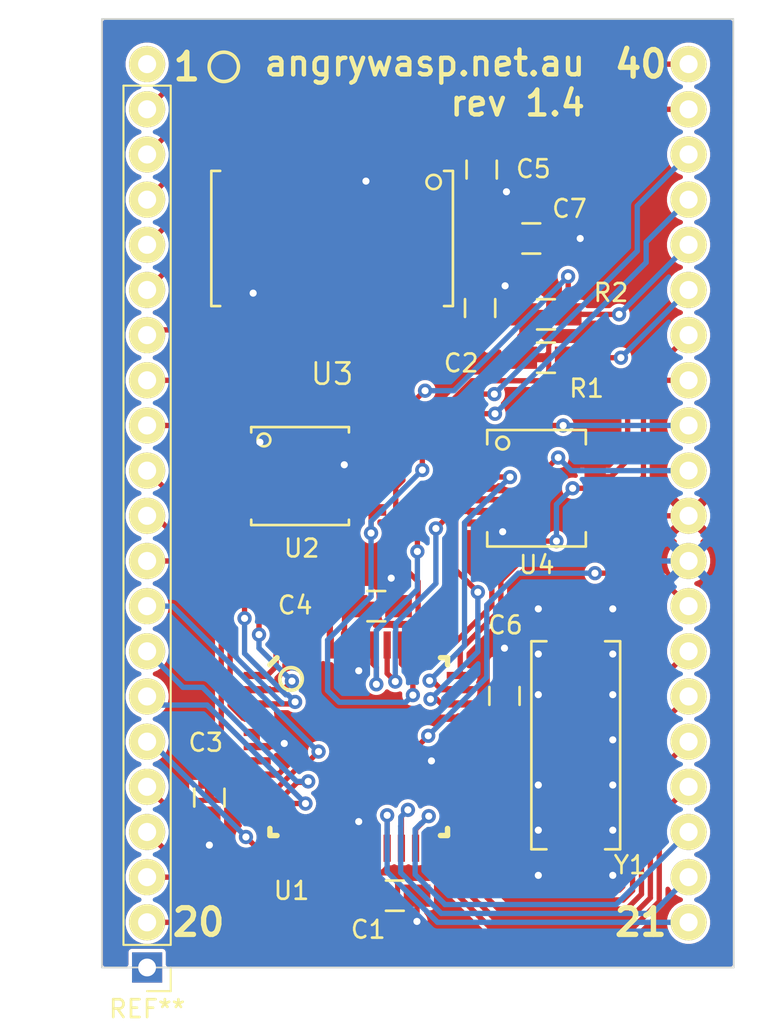
<source format=kicad_pcb>
(kicad_pcb (version 20171130) (host pcbnew "(5.1.12)-1")
  (layers (0 F.Cu signal) (31 B.Cu signal) (34 B.Paste user hide) (35 F.Paste user hide) (36 B.SilkS user hide) (37 F.SilkS user) (38 B.Mask user) (39 F.Mask user) (44 Edge.Cuts user))
  (net 0 "")
  (net 1 GND)
  (net 2 +3V3)
  (net 3 "Net-(C7-Pad1)")
  (net 4 1A)
  (net 5 2A)
  (net 6 3A)
  (net 7 4A)
  (net 8 P16)
  (net 9 P17)
  (net 10 P18)
  (net 11 P19)
  (net 12 SDA)
  (net 13 SCL)
  (net 14 P20)
  (net 15 P21)
  (net 16 P22)
  (net 17 P23)
  (net 18 RESn)
  (net 19 TX)
  (net 20 RX)
  (net 21 Vin1)
  (net 22 Vin2)
  (net 23 Vin3)
  (net 24 Vin4)
  (net 25 DOUT)
  (net 26 DIN)
  (net 27 SCLK)
  (net 28 CONVST)
  (net 29 4Y)
  (net 30 "Net-(U1-Pad28)")
  (net 31 1Y)
  (net 32 2Y)
  (net 33 3Y)
  (net 34 "Net-(U1-Pad29)")
  (net 35 Vin8)
  (net 36 Vin7)
  (net 37 Vin6)
  (net 38 Vin5)
  (net 39 P15)
  (net 40 P14)
  (net 41 P13)
  (net 42 P12)
  (net 43 P11)
  (net 44 P8)
  (net 45 P9)
  (net 46 P10)
  (net 47 P7)
  (net 48 P6)
  (net 49 P5)
  (net 50 P4)
  (net 51 "Net-(P21-Pad1)")
  (module Connector_PinHeader_2.54mm:PinHeader_1x20_P2.54mm_Vertical (layer F.Cu) (at 130.2004 137.0076 180)
    (fp_text reference REF** (at 0 -2.33) (layer F.SilkS))
    (fp_text value PinHeader_1x20_P2.54mm_Vertical)
    (pad 20 thru_hole oval (at 0 48.26 180) (size 1.7 1.7) (drill 1) (layers *.Cu *.Mask))
    (pad 19 thru_hole oval (at 0 45.72 180) (size 1.7 1.7) (drill 1) (layers *.Cu *.Mask))
    (pad 18 thru_hole oval (at 0 43.18 180) (size 1.7 1.7) (drill 1) (layers *.Cu *.Mask))
    (pad 17 thru_hole oval (at 0 40.64 180) (size 1.7 1.7) (drill 1) (layers *.Cu *.Mask))
    (pad 16 thru_hole oval (at 0 38.1 180) (size 1.7 1.7) (drill 1) (layers *.Cu *.Mask))
    (pad 15 thru_hole oval (at 0 35.56 180) (size 1.7 1.7) (drill 1) (layers *.Cu *.Mask))
    (pad 14 thru_hole oval (at 0 33.02 180) (size 1.7 1.7) (drill 1) (layers *.Cu *.Mask))
    (pad 13 thru_hole oval (at 0 30.48 180) (size 1.7 1.7) (drill 1) (layers *.Cu *.Mask))
    (pad 12 thru_hole oval (at 0 27.94 180) (size 1.7 1.7) (drill 1) (layers *.Cu *.Mask))
    (pad 11 thru_hole oval (at 0 25.4 180) (size 1.7 1.7) (drill 1) (layers *.Cu *.Mask))
    (pad 10 thru_hole oval (at 0 22.86 180) (size 1.7 1.7) (drill 1) (layers *.Cu *.Mask))
    (pad 9 thru_hole oval (at 0 20.32 180) (size 1.7 1.7) (drill 1) (layers *.Cu *.Mask))
    (pad 8 thru_hole oval (at 0 17.78 180) (size 1.7 1.7) (drill 1) (layers *.Cu *.Mask))
    (pad 7 thru_hole oval (at 0 15.24 180) (size 1.7 1.7) (drill 1) (layers *.Cu *.Mask))
    (pad 6 thru_hole oval (at 0 12.7 180) (size 1.7 1.7) (drill 1) (layers *.Cu *.Mask))
    (pad 5 thru_hole oval (at 0 10.16 180) (size 1.7 1.7) (drill 1) (layers *.Cu *.Mask))
    (pad 4 thru_hole oval (at 0 7.62 180) (size 1.7 1.7) (drill 1) (layers *.Cu *.Mask))
    (pad 3 thru_hole oval (at 0 5.08 180) (size 1.7 1.7) (drill 1) (layers *.Cu *.Mask))
    (pad 2 thru_hole oval (at 0 2.54 180) (size 1.7 1.7) (drill 1) (layers *.Cu *.Mask))
    (pad 1 thru_hole rect (at 0 0 180) (size 1.7 1.7) (drill 1) (layers *.Cu *.Mask))
  )
  (module Angrywasp:AD7812 (layer F.Cu) (at 140.6144 96.012 180)
    (fp_text reference U3 (at 0 -7.62 180) (layer F.SilkS) (effects (font (size 1.2 1.2))))
    (fp_text value AD7812)
    (pad 20 smd rect (at -5.715 -5.14 180) (size 0.6 2.2) (layers F.Cu F.Paste F.Mask) (net 2 +3V3))
    (pad 1 smd rect (at -5.715 5.14 180) (size 0.6 2.2) (layers F.Cu F.Paste F.Mask) (net 2 +3V3))
    (pad 19 smd rect (at -4.445 -5.14 180) (size 0.6 2.2) (layers F.Cu F.Paste F.Mask) (net 28 CONVST))
    (pad 2 smd rect (at -4.445 5.14 180) (size 0.6 2.2) (layers F.Cu F.Paste F.Mask) (net 3 "Net-(C7-Pad1)"))
    (pad 18 smd rect (at -3.175 -5.14 180) (size 0.6 2.2) (layers F.Cu F.Paste F.Mask) (net 27 SCLK))
    (pad 3 smd rect (at -3.175 5.14 180) (size 0.6 2.2) (layers F.Cu F.Paste F.Mask) (net 21 Vin1))
    (pad 17 smd rect (at -1.905 -5.14 180) (size 0.6 2.2) (layers F.Cu F.Paste F.Mask) (net 26 DIN))
    (pad 4 smd rect (at -1.905 5.14 180) (size 0.6 2.2) (layers F.Cu F.Paste F.Mask) (net 1 GND))
    (pad 16 smd rect (at -0.635 -5.14 180) (size 0.6 2.2) (layers F.Cu F.Paste F.Mask) (net 25 DOUT))
    (pad 5 smd rect (at -0.635 5.14 180) (size 0.6 2.2) (layers F.Cu F.Paste F.Mask) (net 22 Vin2))
    (pad 15 smd rect (at 0.635 -5.14 180) (size 0.6 2.2) (layers F.Cu F.Paste F.Mask) (net 28 CONVST))
    (pad 6 smd rect (at 0.635 5.14 180) (size 0.6 2.2) (layers F.Cu F.Paste F.Mask) (net 23 Vin3))
    (pad 14 smd rect (at 1.905 -5.14 180) (size 0.6 2.2) (layers F.Cu F.Paste F.Mask) (net 28 CONVST))
    (pad 7 smd rect (at 1.905 5.14 180) (size 0.6 2.2) (layers F.Cu F.Paste F.Mask) (net 24 Vin4))
    (pad 13 smd rect (at 3.175 -5.14 180) (size 0.6 2.2) (layers F.Cu F.Paste F.Mask) (net 1 GND))
    (pad 8 smd rect (at 3.175 5.14 180) (size 0.6 2.2) (layers F.Cu F.Paste F.Mask) (net 38 Vin5))
    (pad 12 smd rect (at 4.445 -5.14 180) (size 0.6 2.2) (layers F.Cu F.Paste F.Mask) (net 1 GND))
    (pad 9 smd rect (at 4.445 5.14 180) (size 0.6 2.2) (layers F.Cu F.Paste F.Mask) (net 37 Vin6))
    (pad 11 smd rect (at 5.715 -5.14 180) (size 0.6 2.2) (layers F.Cu F.Paste F.Mask) (net 35 Vin8))
    (pad 10 smd rect (at 5.715 5.14 180) (size 0.6 2.2) (layers F.Cu F.Paste F.Mask) (net 36 Vin7))
  )
  (module Angrywasp:24LC512-W (layer F.Cu) (at 138.811 109.3724)
    (fp_text reference U2 (at 0.0889 4.064) (layer F.SilkS))
    (fp_text value 24LC512)
    (pad 1 smd rect (at -4 -1.905) (size 1.7 0.65) (layers F.Cu F.Paste F.Mask) (net 1 GND))
    (pad 2 smd rect (at -4 -0.635) (size 1.7 0.65) (layers F.Cu F.Paste F.Mask) (net 1 GND))
    (pad 3 smd rect (at -4 0.635) (size 1.7 0.65) (layers F.Cu F.Paste F.Mask) (net 1 GND))
    (pad 4 smd rect (at -4 1.905) (size 1.7 0.65) (layers F.Cu F.Paste F.Mask) (net 1 GND))
    (pad 5 smd rect (at 4 1.905) (size 1.7 0.65) (layers F.Cu F.Paste F.Mask) (net 12 SDA))
    (pad 6 smd rect (at 4 0.635) (size 1.7 0.65) (layers F.Cu F.Paste F.Mask) (net 13 SCL))
    (pad 7 smd rect (at 4 -0.635) (size 1.7 0.65) (layers F.Cu F.Paste F.Mask) (net 1 GND))
    (pad 8 smd rect (at 4 -1.905) (size 1.7 0.65) (layers F.Cu F.Paste F.Mask) (net 2 +3V3))
  )
  (module Angrywasp:P8X32A (layer F.Cu) (at 142.113 124.587)
    (fp_text reference U1 (at -3.7846 8.1026) (layer F.SilkS))
    (fp_text value Propeller)
    (pad 39 smd rect (at 0 -5.715) (size 0.4064 1.524) (layers F.Cu F.Paste F.Mask) (net 1 GND))
    (pad 40 smd rect (at -0.8001 -5.715) (size 0.4064 1.524) (layers F.Cu F.Paste F.Mask) (net 2 +3V3))
    (pad 41 smd rect (at -1.6002 -5.715) (size 0.4064 1.524) (layers F.Cu F.Paste F.Mask) (net 28 CONVST))
    (pad 42 smd rect (at -2.4003 -5.715) (size 0.4064 1.524) (layers F.Cu F.Paste F.Mask) (net 27 SCLK))
    (pad 43 smd rect (at -3.2004 -5.715) (size 0.4064 1.524) (layers F.Cu F.Paste F.Mask) (net 26 DIN))
    (pad 44 smd rect (at -4.0005 -5.715) (size 0.4064 1.524) (layers F.Cu F.Paste F.Mask) (net 25 DOUT))
    (pad 38 smd rect (at 0.8001 -5.715) (size 0.4064 1.524) (layers F.Cu F.Paste F.Mask) (net 20 RX))
    (pad 37 smd rect (at 1.6002 -5.715) (size 0.4064 1.524) (layers F.Cu F.Paste F.Mask) (net 19 TX))
    (pad 36 smd rect (at 2.4003 -5.715) (size 0.4064 1.524) (layers F.Cu F.Paste F.Mask) (net 12 SDA))
    (pad 35 smd rect (at 3.2004 -5.715) (size 0.4064 1.524) (layers F.Cu F.Paste F.Mask) (net 13 SCL))
    (pad 34 smd rect (at 4.0005 -5.715) (size 0.4064 1.524) (layers F.Cu F.Paste F.Mask) (net 29 4Y))
    (pad 17 smd rect (at 0 5.715) (size 0.4064 1.524) (layers F.Cu F.Paste F.Mask) (net 1 GND))
    (pad 16 smd rect (at -0.8001 5.715) (size 0.4064 1.524) (layers F.Cu F.Paste F.Mask) (net 39 P15))
    (pad 15 smd rect (at -1.6002 5.715) (size 0.4064 1.524) (layers F.Cu F.Paste F.Mask) (net 40 P14))
    (pad 14 smd rect (at -2.4003 5.715) (size 0.4064 1.524) (layers F.Cu F.Paste F.Mask) (net 41 P13))
    (pad 13 smd rect (at -3.2004 5.715) (size 0.4064 1.524) (layers F.Cu F.Paste F.Mask) (net 42 P12))
    (pad 12 smd rect (at -4.0005 5.715) (size 0.4064 1.524) (layers F.Cu F.Paste F.Mask) (net 43 P11))
    (pad 18 smd rect (at 0.8001 5.715) (size 0.4064 1.524) (layers F.Cu F.Paste F.Mask) (net 2 +3V3))
    (pad 19 smd rect (at 1.6002 5.715) (size 0.4064 1.524) (layers F.Cu F.Paste F.Mask) (net 8 P16))
    (pad 20 smd rect (at 2.4003 5.715) (size 0.4064 1.524) (layers F.Cu F.Paste F.Mask) (net 9 P17))
    (pad 21 smd rect (at 3.2004 5.715) (size 0.4064 1.524) (layers F.Cu F.Paste F.Mask) (net 10 P18))
    (pad 22 smd rect (at 4.0005 5.715) (size 0.4064 1.524) (layers F.Cu F.Paste F.Mask) (net 11 P19))
    (pad 6 smd rect (at -5.715 0) (size 1.524 0.4064) (layers F.Cu F.Paste F.Mask) (net 1 GND))
    (pad 28 smd rect (at 5.715 0) (size 1.524 0.4064) (layers F.Cu F.Paste F.Mask) (net 30 "Net-(U1-Pad28)"))
    (pad 7 smd rect (at -5.715 0.8001) (size 1.524 0.4064) (layers F.Cu F.Paste F.Mask) (net 18 RESn))
    (pad 27 smd rect (at 5.715 0.8001) (size 1.524 0.4064) (layers F.Cu F.Paste F.Mask) (net 1 GND))
    (pad 26 smd rect (at 5.715 1.6002) (size 1.524 0.4064) (layers F.Cu F.Paste F.Mask) (net 17 P23))
    (pad 8 smd rect (at -5.715 1.6002) (size 1.524 0.4064) (layers F.Cu F.Paste F.Mask) (net 2 +3V3))
    (pad 9 smd rect (at -5.715 2.4003) (size 1.524 0.4064) (layers F.Cu F.Paste F.Mask) (net 44 P8))
    (pad 25 smd rect (at 5.715 2.4003) (size 1.524 0.4064) (layers F.Cu F.Paste F.Mask) (net 16 P22))
    (pad 24 smd rect (at 5.715 3.2004) (size 1.524 0.4064) (layers F.Cu F.Paste F.Mask) (net 15 P21))
    (pad 10 smd rect (at -5.715 3.2004) (size 1.524 0.4064) (layers F.Cu F.Paste F.Mask) (net 45 P9))
    (pad 11 smd rect (at -5.715 4.0005) (size 1.524 0.4064) (layers F.Cu F.Paste F.Mask) (net 46 P10))
    (pad 23 smd rect (at 5.715 4.0005) (size 1.524 0.4064) (layers F.Cu F.Paste F.Mask) (net 14 P20))
    (pad 29 smd rect (at 5.715 -0.8001) (size 1.524 0.4064) (layers F.Cu F.Paste F.Mask) (net 34 "Net-(U1-Pad29)"))
    (pad 5 smd rect (at -5.715 -0.8001) (size 1.524 0.4064) (layers F.Cu F.Paste F.Mask) (net 1 GND))
    (pad 4 smd rect (at -5.715 -1.6002) (size 1.524 0.4064) (layers F.Cu F.Paste F.Mask) (net 47 P7))
    (pad 30 smd rect (at 5.715 -1.6002) (size 1.524 0.4064) (layers F.Cu F.Paste F.Mask) (net 2 +3V3))
    (pad 31 smd rect (at 5.715 -2.4003) (size 1.524 0.4064) (layers F.Cu F.Paste F.Mask) (net 32 2Y))
    (pad 3 smd rect (at -5.715 -2.4003) (size 1.524 0.4064) (layers F.Cu F.Paste F.Mask) (net 48 P6))
    (pad 2 smd rect (at -5.715 -3.2004) (size 1.524 0.4064) (layers F.Cu F.Paste F.Mask) (net 49 P5))
    (pad 32 smd rect (at 5.715 -3.2004) (size 1.524 0.4064) (layers F.Cu F.Paste F.Mask) (net 31 1Y))
    (pad 33 smd rect (at 5.715 -4.0005) (size 1.524 0.4064) (layers F.Cu F.Paste F.Mask) (net 33 3Y))
    (pad 1 smd rect (at -5.715 -4.0005) (size 1.524 0.4064) (layers F.Cu F.Paste F.Mask) (net 50 P4))
  )
  (module Angrywasp:Pin_Header_Circular_1x02 (layer F.Cu) (at 130.2004 119.2276 180)
    (fp_text reference P11 hide)
    (fp_text value CONN_01X02 hide)
    (pad 1 thru_hole circle (at 0 0 180) (size 2.032 2.032) (drill 1.016) (layers *.Cu *.Mask F.SilkS) (net 45 P9))
    (pad 2 thru_hole circle (at 0 2.54 180) (size 2.032 2.032) (drill 1.016) (layers *.Cu *.Mask F.SilkS) (net 44 P8))
  )
  (module Angrywasp:Pin_Header_Circular_1x02 (layer F.Cu) (at 130.2004 111.6076 180)
    (fp_text reference P12 hide)
    (fp_text value CONN_01X02 hide)
    (pad 1 thru_hole circle (at 0 0 180) (size 2.032 2.032) (drill 1.016) (layers *.Cu *.Mask F.SilkS) (net 47 P7))
    (pad 2 thru_hole circle (at 0 2.54 180) (size 2.032 2.032) (drill 1.016) (layers *.Cu *.Mask F.SilkS) (net 48 P6))
  )
  (module Angrywasp:Pin_Header_Circular_1x02 (layer F.Cu) (at 160.6804 111.6076)
    (fp_text reference P1 hide)
    (fp_text value CONN_01X02 hide)
    (pad 1 thru_hole circle (at 0 0) (size 2.032 2.032) (drill 1.016) (layers *.Cu *.Mask F.SilkS) (net 2 +3V3))
    (pad 2 thru_hole circle (at 0 2.54) (size 2.032 2.032) (drill 1.016) (layers *.Cu *.Mask F.SilkS) (net 1 GND))
  )
  (module Angrywasp:Pin_Header_Circular_1x02 (layer F.Cu) (at 160.6804 91.2876)
    (fp_text reference P2 hide)
    (fp_text value CONN_01X02 hide)
    (pad 1 thru_hole circle (at 0 0) (size 2.032 2.032) (drill 1.016) (layers *.Cu *.Mask F.SilkS) (net 20 RX))
    (pad 2 thru_hole circle (at 0 2.54) (size 2.032 2.032) (drill 1.016) (layers *.Cu *.Mask F.SilkS) (net 19 TX))
  )
  (module Angrywasp:Pin_Header_Circular_1x02 (layer F.Cu) (at 160.6804 103.9876 180)
    (fp_text reference P4 hide)
    (fp_text value CONN_01X02 hide)
    (pad 1 thru_hole circle (at 0 0 180) (size 2.032 2.032) (drill 1.016) (layers *.Cu *.Mask F.SilkS) (net 6 3A))
    (pad 2 thru_hole circle (at 0 2.54 180) (size 2.032 2.032) (drill 1.016) (layers *.Cu *.Mask F.SilkS) (net 7 4A))
  )
  (module Angrywasp:Pin_Header_Circular_1x02 (layer F.Cu) (at 160.6804 86.2076)
    (fp_text reference P7 hide)
    (fp_text value CONN_01X02 hide)
    (pad 1 thru_hole circle (at 0 0) (size 2.032 2.032) (drill 1.016) (layers *.Cu *.Mask F.SilkS) (net 22 Vin2))
    (pad 2 thru_hole circle (at 0 2.54) (size 2.032 2.032) (drill 1.016) (layers *.Cu *.Mask F.SilkS) (net 21 Vin1))
  )
  (module Angrywasp:Pin_Header_Circular_1x02 (layer F.Cu) (at 130.2004 91.2876 180)
    (fp_text reference P8 hide)
    (fp_text value CONN_01X02 hide)
    (pad 1 thru_hole circle (at 0 0 180) (size 2.032 2.032) (drill 1.016) (layers *.Cu *.Mask F.SilkS) (net 24 Vin4))
    (pad 2 thru_hole circle (at 0 2.54 180) (size 2.032 2.032) (drill 1.016) (layers *.Cu *.Mask F.SilkS) (net 23 Vin3))
  )
  (module Angrywasp:Pin_Header_Circular_1x02 (layer F.Cu) (at 130.2004 93.8276)
    (fp_text reference P9 hide)
    (fp_text value CONN_01X02 hide)
    (pad 1 thru_hole circle (at 0 0) (size 2.032 2.032) (drill 1.016) (layers *.Cu *.Mask F.SilkS) (net 38 Vin5))
    (pad 2 thru_hole circle (at 0 2.54) (size 2.032 2.032) (drill 1.016) (layers *.Cu *.Mask F.SilkS) (net 37 Vin6))
  )
  (module Angrywasp:Pin_Header_Circular_1x02 (layer F.Cu) (at 130.2004 101.4476 180)
    (fp_text reference P10 hide)
    (fp_text value CONN_01X02 hide)
    (pad 1 thru_hole circle (at 0 0 180) (size 2.032 2.032) (drill 1.016) (layers *.Cu *.Mask F.SilkS) (net 35 Vin8))
    (pad 2 thru_hole circle (at 0 2.54 180) (size 2.032 2.032) (drill 1.016) (layers *.Cu *.Mask F.SilkS) (net 36 Vin7))
  )
  (module Angrywasp:Pin_Header_Circular_1x02 (layer F.Cu) (at 130.2004 129.3876 180)
    (fp_text reference P15 hide)
    (fp_text value CONN_01X02 hide)
    (pad 1 thru_hole circle (at 0 0 180) (size 2.032 2.032) (drill 1.016) (layers *.Cu *.Mask F.SilkS) (net 41 P13))
    (pad 2 thru_hole circle (at 0 2.54 180) (size 2.032 2.032) (drill 1.016) (layers *.Cu *.Mask F.SilkS) (net 42 P12))
  )
  (module Angrywasp:Pin_Header_Circular_1x02 (layer F.Cu) (at 130.2004 134.4676 180)
    (fp_text reference P16 hide)
    (fp_text value CONN_01X02 hide)
    (pad 1 thru_hole circle (at 0 0 180) (size 2.032 2.032) (drill 1.016) (layers *.Cu *.Mask F.SilkS) (net 39 P15))
    (pad 2 thru_hole circle (at 0 2.54 180) (size 2.032 2.032) (drill 1.016) (layers *.Cu *.Mask F.SilkS) (net 40 P14))
  )
  (module Angrywasp:Pin_Header_Circular_1x02 (layer F.Cu) (at 160.6804 131.9276)
    (fp_text reference P17 hide)
    (fp_text value CONN_01X02 hide)
    (pad 1 thru_hole circle (at 0 0) (size 2.032 2.032) (drill 1.016) (layers *.Cu *.Mask F.SilkS) (net 9 P17))
    (pad 2 thru_hole circle (at 0 2.54) (size 2.032 2.032) (drill 1.016) (layers *.Cu *.Mask F.SilkS) (net 8 P16))
  )
  (module Angrywasp:Pin_Header_Circular_1x02 (layer F.Cu) (at 160.6804 126.8476)
    (fp_text reference P18 hide)
    (fp_text value CONN_01X02 hide)
    (pad 1 thru_hole circle (at 0 0) (size 2.032 2.032) (drill 1.016) (layers *.Cu *.Mask F.SilkS) (net 11 P19))
    (pad 2 thru_hole circle (at 0 2.54) (size 2.032 2.032) (drill 1.016) (layers *.Cu *.Mask F.SilkS) (net 10 P18))
  )
  (module Angrywasp:Pin_Header_Circular_1x02 (layer F.Cu) (at 160.6804 96.3676)
    (fp_text reference P5 hide)
    (fp_text value CONN_01X02 hide)
    (pad 1 thru_hole circle (at 0 0) (size 2.032 2.032) (drill 1.016) (layers *.Cu *.Mask F.SilkS) (net 13 SCL))
    (pad 2 thru_hole circle (at 0 2.54) (size 2.032 2.032) (drill 1.016) (layers *.Cu *.Mask F.SilkS) (net 12 SDA))
  )
  (module Angrywasp:Pin_Header_Circular_1x02 (layer F.Cu) (at 130.2004 124.3076 180)
    (fp_text reference P6 hide)
    (fp_text value CONN_01X02 hide)
    (pad 1 thru_hole circle (at 0 0 180) (size 2.032 2.032) (drill 1.016) (layers *.Cu *.Mask F.SilkS) (net 43 P11))
    (pad 2 thru_hole circle (at 0 2.54 180) (size 2.032 2.032) (drill 1.016) (layers *.Cu *.Mask F.SilkS) (net 46 P10))
  )
  (module Angrywasp:Pin_Header_Circular_1x02 (layer F.Cu) (at 130.2004 106.5276 180)
    (fp_text reference P13 hide)
    (fp_text value CONN_01X02 hide)
    (pad 1 thru_hole circle (at 0 0 180) (size 2.032 2.032) (drill 1.016) (layers *.Cu *.Mask F.SilkS) (net 49 P5))
    (pad 2 thru_hole circle (at 0 2.54 180) (size 2.032 2.032) (drill 1.016) (layers *.Cu *.Mask F.SilkS) (net 50 P4))
  )
  (module Angrywasp:Pin_Header_Circular_1x02 (layer F.Cu) (at 160.6804 116.6876)
    (fp_text reference P14 hide)
    (fp_text value CONN_01X02 hide)
    (pad 1 thru_hole circle (at 0 0) (size 2.032 2.032) (drill 1.016) (layers *.Cu *.Mask F.SilkS) (net 17 P23))
    (pad 2 thru_hole circle (at 0 2.54) (size 2.032 2.032) (drill 1.016) (layers *.Cu *.Mask F.SilkS) (net 16 P22))
  )
  (module Angrywasp:Pin_Header_Circular_1x02 (layer F.Cu) (at 160.6804 121.7676)
    (fp_text reference P19 hide)
    (fp_text value CONN_01X02 hide)
    (pad 1 thru_hole circle (at 0 0) (size 2.032 2.032) (drill 1.016) (layers *.Cu *.Mask F.SilkS) (net 15 P21))
    (pad 2 thru_hole circle (at 0 2.54) (size 2.032 2.032) (drill 1.016) (layers *.Cu *.Mask F.SilkS) (net 14 P20))
  )
  (module Angrywasp:0805_HS (layer F.Cu) (at 144.145 132.969 180)
    (fp_text reference C1 (at 1.4986 -1.905 180) (layer F.SilkS))
    (fp_text value 0.1uF)
    (pad 1 smd rect (at -1.25 0 180) (size 1.5 1.25) (layers F.Cu F.Paste F.Mask) (net 1 GND))
    (pad 2 smd rect (at 1.25 0 180) (size 1.5 1.25) (layers F.Cu F.Paste F.Mask) (net 2 +3V3))
  )
  (module Angrywasp:0805_HS (layer F.Cu) (at 148.9456 99.9236 270)
    (fp_text reference C2 (at 3.0988 1.0668) (layer F.SilkS))
    (fp_text value 0.1uF)
    (pad 1 smd rect (at -1.25 0 270) (size 1.5 1.25) (layers F.Cu F.Paste F.Mask) (net 1 GND))
    (pad 2 smd rect (at 1.25 0 270) (size 1.5 1.25) (layers F.Cu F.Paste F.Mask) (net 2 +3V3))
  )
  (module Angrywasp:0805_HS (layer F.Cu) (at 133.7056 127.4572 90)
    (fp_text reference C3 (at 3.0988 -0.2032 180) (layer F.SilkS))
    (fp_text value 0.1uF)
    (pad 1 smd rect (at -1.25 0 90) (size 1.5 1.25) (layers F.Cu F.Paste F.Mask) (net 1 GND))
    (pad 2 smd rect (at 1.25 0 90) (size 1.5 1.25) (layers F.Cu F.Paste F.Mask) (net 2 +3V3))
  )
  (module Angrywasp:0805_HS (layer F.Cu) (at 143.1036 116.6876 180)
    (fp_text reference C4 (at 4.572 0.0508 180) (layer F.SilkS))
    (fp_text value 0.1uF)
    (pad 1 smd rect (at -1.25 0 180) (size 1.5 1.25) (layers F.Cu F.Paste F.Mask) (net 1 GND))
    (pad 2 smd rect (at 1.25 0 180) (size 1.5 1.25) (layers F.Cu F.Paste F.Mask) (net 2 +3V3))
  )
  (module Angrywasp:0805_HS (layer F.Cu) (at 149.0345 92.1385 270)
    (fp_text reference C5 (at -0.0381 -2.9083) (layer F.SilkS))
    (fp_text value 10uF)
    (pad 1 smd rect (at -1.25 0 270) (size 1.5 1.25) (layers F.Cu F.Paste F.Mask) (net 2 +3V3))
    (pad 2 smd rect (at 1.25 0 270) (size 1.5 1.25) (layers F.Cu F.Paste F.Mask) (net 1 GND))
  )
  (module Angrywasp:0805_HS (layer F.Cu) (at 150.3172 121.7368 90)
    (fp_text reference C6 (at 3.9824 0.0508) (layer F.SilkS))
    (fp_text value 0.1uF)
    (pad 1 smd rect (at -1.25 0 90) (size 1.5 1.25) (layers F.Cu F.Paste F.Mask) (net 2 +3V3))
    (pad 2 smd rect (at 1.25 0 90) (size 1.5 1.25) (layers F.Cu F.Paste F.Mask) (net 1 GND))
  )
  (module Angrywasp:0805_HS (layer F.Cu) (at 151.8285 96.012)
    (fp_text reference C7 (at 2.1463 -1.6764) (layer F.SilkS))
    (fp_text value 10nF)
    (pad 1 smd rect (at -1.25 0) (size 1.5 1.25) (layers F.Cu F.Paste F.Mask) (net 3 "Net-(C7-Pad1)"))
    (pad 2 smd rect (at 1.25 0) (size 1.5 1.25) (layers F.Cu F.Paste F.Mask) (net 1 GND))
  )
  (module Angrywasp:0805_HS (layer F.Cu) (at 152.654 102.7176)
    (fp_text reference R1 (at 2.286 1.7272) (layer F.SilkS))
    (fp_text value 10k)
    (pad 1 smd rect (at -1.25 0) (size 1.5 1.25) (layers F.Cu F.Paste F.Mask) (net 2 +3V3))
    (pad 2 smd rect (at 1.25 0) (size 1.5 1.25) (layers F.Cu F.Paste F.Mask) (net 12 SDA))
  )
  (module Angrywasp:0805_HS (layer F.Cu) (at 152.654 100.2792)
    (fp_text reference R2 (at 3.6576 -1.2192) (layer F.SilkS))
    (fp_text value 10k)
    (pad 1 smd rect (at -1.25 0) (size 1.5 1.25) (layers F.Cu F.Paste F.Mask) (net 2 +3V3))
    (pad 2 smd rect (at 1.25 0) (size 1.5 1.25) (layers F.Cu F.Paste F.Mask) (net 13 SCL))
  )
  (module Angrywasp:74LVC126 (layer F.Cu) (at 152.1206 110.0582)
    (fp_text reference U4 (at 0.0127 4.3053) (layer F.SilkS))
    (fp_text value 74LVC126A)
    (pad 1 smd rect (at -3.3 -1.95) (size 1.2 0.4) (layers F.Cu F.Paste F.Mask) (net 2 +3V3))
    (pad 2 smd rect (at -3.3 -1.3) (size 1.2 0.4) (layers F.Cu F.Paste F.Mask) (net 4 1A))
    (pad 3 smd rect (at -3.3 -0.65) (size 1.2 0.4) (layers F.Cu F.Paste F.Mask) (net 31 1Y))
    (pad 4 smd rect (at -3.3 0) (size 1.2 0.4) (layers F.Cu F.Paste F.Mask) (net 2 +3V3))
    (pad 5 smd rect (at -3.3 0.65) (size 1.2 0.4) (layers F.Cu F.Paste F.Mask) (net 5 2A))
    (pad 6 smd rect (at -3.3 1.3) (size 1.2 0.4) (layers F.Cu F.Paste F.Mask) (net 32 2Y))
    (pad 7 smd rect (at -3.3 1.95) (size 1.2 0.4) (layers F.Cu F.Paste F.Mask) (net 1 GND))
    (pad 8 smd rect (at 3.3 1.95) (size 1.2 0.4) (layers F.Cu F.Paste F.Mask) (net 33 3Y))
    (pad 9 smd rect (at 3.3 1.3) (size 1.2 0.4) (layers F.Cu F.Paste F.Mask) (net 6 3A))
    (pad 10 smd rect (at 3.3 0.65) (size 1.2 0.4) (layers F.Cu F.Paste F.Mask) (net 2 +3V3))
    (pad 11 smd rect (at 3.3 0) (size 1.2 0.4) (layers F.Cu F.Paste F.Mask) (net 29 4Y))
    (pad 12 smd rect (at 3.3 -0.65) (size 1.2 0.4) (layers F.Cu F.Paste F.Mask) (net 7 4A))
    (pad 13 smd rect (at 3.3 -1.3) (size 1.2 0.4) (layers F.Cu F.Paste F.Mask) (net 2 +3V3))
    (pad 14 smd rect (at 3.3 -1.95) (size 1.2 0.4) (layers F.Cu F.Paste F.Mask) (net 2 +3V3))
  )
  (module Angrywasp:XTAL-2 (layer F.Cu) (at 154.3304 124.5108 270)
    (fp_text reference Y1 (at 6.731 -3.048) (layer F.SilkS))
    (fp_text value 5Mhz)
    (pad 1 smd rect (at -4.84886 0 270) (size 5.6007 2.10058) (layers F.Cu F.Paste F.Mask) (net 34 "Net-(U1-Pad29)"))
    (pad 2 smd rect (at 4.84886 0 270) (size 5.6007 2.10058) (layers F.Cu F.Paste F.Mask) (net 30 "Net-(U1-Pad28)"))
  )
  (module Angrywasp:Pin_Header_Circular_1x01 (layer F.Cu) (at 130.2004 86.2076)
    (fp_text reference P21 hide)
    (fp_text value CONN_01X01 hide)
    (pad 1 thru_hole circle (at 0 0) (size 2.032 2.032) (drill 1.016) (layers *.Cu *.Mask F.SilkS) (net 51 "Net-(P21-Pad1)"))
  )
  (module Angrywasp:Pin_Header_Circular_1x01 (layer F.Cu) (at 130.2004 114.1476 180)
    (fp_text reference P3 hide)
    (fp_text value CONN_01X01 hide)
    (pad 1 thru_hole circle (at 0 0 180) (size 2.032 2.032) (drill 1.016) (layers *.Cu *.Mask F.SilkS) (net 18 RESn))
  )
  (module Angrywasp:Pin_Header_Circular_1x02 (layer F.Cu) (at 160.6804 109.0676 180)
    (fp_text reference P28 hide)
    (fp_text value CONN_01X02 hide)
    (pad 1 thru_hole circle (at 0 0 180) (size 2.032 2.032) (drill 1.016) (layers *.Cu *.Mask F.SilkS) (net 5 2A))
    (pad 2 thru_hole circle (at 0 2.54 180) (size 2.032 2.032) (drill 1.016) (layers *.Cu *.Mask F.SilkS) (net 4 1A))
  )
  (gr_text 40 (at 157.988 86.2076) (layer F.SilkS) (effects (font (size 1.5 1.5) (thickness 0.3))))
  (gr_text 21 (at 157.988 134.4676) (layer F.SilkS) (effects (font (size 1.5 1.5) (thickness 0.3))))
  (gr_text 20 (at 133.096 134.4676) (layer F.SilkS) (effects (font (size 1.5 1.5) (thickness 0.3))))
  (gr_text 1 (at 132.4356 86.36) (layer F.SilkS) (effects (font (size 1.5 1.5) (thickness 0.3))))
  (gr_circle (center 134.5184 86.36) (end 133.7564 86.0425) (layer F.SilkS) (width 0.2))
  (gr_text "angrywasp.net.au\nrev 1.4" (at 154.9908 87.2744) (layer F.SilkS) (effects (font (size 1.4 1.4) (thickness 0.25)) (justify right)))
  (gr_line (start 163.195 83.6676) (end 163.2204 137.0076) (layer Edge.Cuts) (width 0.1))
  (gr_line (start 127.6604 83.6676) (end 163.195 83.6676) (layer Edge.Cuts) (width 0.1))
  (gr_line (start 127.6604 137.0076) (end 127.6604 83.6676) (layer Edge.Cuts) (width 0.1))
  (gr_line (start 163.2204 137.0076) (end 127.6604 137.0076) (layer Edge.Cuts) (width 0.1))
  (via (at 152.2222 119.38) (size 0.8) (drill 0.4) (layers F.Cu B.Cu) (net 1))
  (via (at 152.2222 129.286) (size 0.8) (drill 0.4) (layers F.Cu B.Cu) (net 1))
  (via (at 152.2222 116.84) (size 0.8) (drill 0.4) (layers F.Cu B.Cu) (net 1))
  (via (at 152.2222 121.666) (size 0.8) (drill 0.4) (layers F.Cu B.Cu) (net 1))
  (via (at 152.2222 126.746) (size 0.8) (drill 0.4) (layers F.Cu B.Cu) (net 1))
  (via (at 152.2222 131.826) (size 0.8) (drill 0.4) (layers F.Cu B.Cu) (net 1))
  (via (at 156.4132 119.38) (size 0.8) (drill 0.4) (layers F.Cu B.Cu) (net 1))
  (via (at 156.4132 121.666) (size 0.8) (drill 0.4) (layers F.Cu B.Cu) (net 1))
  (via (at 156.4132 124.206) (size 0.8) (drill 0.4) (layers F.Cu B.Cu) (net 1))
  (via (at 156.4132 126.746) (size 0.8) (drill 0.4) (layers F.Cu B.Cu) (net 1))
  (via (at 156.4132 129.286) (size 0.8) (drill 0.4) (layers F.Cu B.Cu) (net 1))
  (via (at 156.4132 131.826) (size 0.8) (drill 0.4) (layers F.Cu B.Cu) (net 1))
  (via (at 143.9418 115.1128) (size 0.8) (drill 0.4) (layers F.Cu B.Cu) (net 1))
  (segment (start 154.1285 96.012) (end 154.57932 96.012) (width 0.3) (layer F.Cu) (net 1))
  (via (at 154.57932 96.012) (size 0.8) (drill 0.4) (layers F.Cu B.Cu) (net 1))
  (segment (start 153.0785 96.012) (end 154.1285 96.012) (width 0.3) (layer F.Cu) (net 1))
  (via (at 150.35308 98.6736) (size 0.8) (drill 0.4) (layers F.Cu B.Cu) (net 1))
  (segment (start 148.9456 98.6736) (end 150.35308 98.6736) (width 0.3) (layer F.Cu) (net 1))
  (segment (start 149.96236 93.38564) (end 150.42896 93.38564) (width 0.3) (layer F.Cu) (net 1))
  (via (at 150.42896 93.38564) (size 0.8) (drill 0.4) (layers F.Cu B.Cu) (net 1))
  (segment (start 149.0345 93.3885) (end 149.9595 93.3885) (width 0.3) (layer F.Cu) (net 1))
  (segment (start 149.9595 93.3885) (end 149.96236 93.38564) (width 0.3) (layer F.Cu) (net 1))
  (segment (start 160.6804 114.1476) (end 158.6992 114.1476) (width 0.3) (layer B.Cu) (net 1))
  (segment (start 137.4394 101.152) (end 136.1694 101.152) (width 0.3) (layer F.Cu) (net 1))
  (via (at 150.2156 112.5032) (size 0.8) (drill 0.4) (layers F.Cu B.Cu) (net 1))
  (segment (start 148.8206 112.0082) (end 149.7206 112.0082) (width 0.3) (layer F.Cu) (net 1))
  (segment (start 149.7206 112.0082) (end 150.2156 112.5032) (width 0.3) (layer F.Cu) (net 1))
  (segment (start 145.3896 133.8994) (end 145.3896 134.4168) (width 0.3) (layer F.Cu) (net 1))
  (via (at 145.3896 134.4168) (size 0.8) (drill 0.4) (layers F.Cu B.Cu) (net 1))
  (segment (start 145.395 132.969) (end 145.395 133.894) (width 0.3) (layer F.Cu) (net 1))
  (segment (start 145.395 133.894) (end 145.3896 133.8994) (width 0.3) (layer F.Cu) (net 1))
  (segment (start 146.76346 125.38964) (end 146.20748 125.38964) (width 0.3) (layer F.Cu) (net 1))
  (via (at 146.20748 125.38964) (size 0.8) (drill 0.4) (layers F.Cu B.Cu) (net 1))
  (segment (start 147.828 125.3871) (end 146.766 125.3871) (width 0.3) (layer F.Cu) (net 1))
  (segment (start 146.766 125.3871) (end 146.76346 125.38964) (width 0.3) (layer F.Cu) (net 1))
  (segment (start 135.961 107.4674) (end 136.5504 107.4674) (width 0.3) (layer F.Cu) (net 1))
  (via (at 136.5504 107.4674) (size 0.8) (drill 0.4) (layers F.Cu B.Cu) (net 1))
  (segment (start 134.811 107.4674) (end 135.961 107.4674) (width 0.3) (layer F.Cu) (net 1))
  (segment (start 141.661 108.7374) (end 141.3002 108.7374) (width 0.3) (layer F.Cu) (net 1))
  (via (at 141.3002 108.7374) (size 0.8) (drill 0.4) (layers F.Cu B.Cu) (net 1))
  (segment (start 142.811 108.7374) (end 141.661 108.7374) (width 0.3) (layer F.Cu) (net 1))
  (segment (start 134.811 110.0074) (end 134.811 111.2774) (width 0.3) (layer F.Cu) (net 1))
  (segment (start 134.811 108.7374) (end 134.811 110.0074) (width 0.3) (layer F.Cu) (net 1))
  (segment (start 134.811 107.4674) (end 134.811 108.7374) (width 0.3) (layer F.Cu) (net 1))
  (via (at 142.113 128.8034) (size 0.8) (drill 0.4) (layers F.Cu B.Cu) (net 1))
  (segment (start 142.113 130.302) (end 142.113 128.8034) (width 0.3) (layer F.Cu) (net 1))
  (via (at 137.922 124.4092) (size 0.8) (drill 0.4) (layers F.Cu B.Cu) (net 1))
  (segment (start 136.398 123.7869) (end 136.398 124.587) (width 0.3) (layer F.Cu) (net 1))
  (segment (start 142.113 119.934) (end 142.113 120.3198) (width 0.3) (layer F.Cu) (net 1))
  (via (at 142.113 120.3198) (size 0.8) (drill 0.4) (layers F.Cu B.Cu) (net 1))
  (segment (start 142.113 118.872) (end 142.113 119.934) (width 0.3) (layer F.Cu) (net 1))
  (segment (start 150.3172 119.4368) (end 150.3172 119.0498) (width 0.3) (layer F.Cu) (net 1))
  (via (at 150.3172 119.0498) (size 0.8) (drill 0.4) (layers F.Cu B.Cu) (net 1))
  (segment (start 150.3172 120.4868) (end 150.3172 119.4368) (width 0.3) (layer F.Cu) (net 1))
  (segment (start 133.7056 130.1242) (end 133.7056 129.7572) (width 0.3) (layer F.Cu) (net 1))
  (via (at 133.7056 130.1242) (size 0.8) (drill 0.4) (layers F.Cu B.Cu) (net 1))
  (segment (start 133.7056 128.7072) (end 133.7056 129.7572) (width 0.3) (layer F.Cu) (net 1))
  (segment (start 142.5194 92.272) (end 142.5194 92.7862) (width 0.3) (layer F.Cu) (net 1))
  (via (at 142.5194 92.7862) (size 0.8) (drill 0.4) (layers F.Cu B.Cu) (net 1))
  (segment (start 142.5194 90.872) (end 142.5194 92.272) (width 0.3) (layer F.Cu) (net 1))
  (segment (start 136.1694 99.752) (end 136.1694 99.0854) (width 0.3) (layer F.Cu) (net 1))
  (via (at 136.1694 99.0854) (size 0.8) (drill 0.4) (layers F.Cu B.Cu) (net 1))
  (segment (start 136.1694 101.152) (end 136.1694 99.752) (width 0.3) (layer F.Cu) (net 1))
  (segment (start 137.7442 124.587) (end 137.922 124.4092) (width 0.3) (layer F.Cu) (net 1))
  (segment (start 136.398 124.587) (end 137.7442 124.587) (width 0.3) (layer F.Cu) (net 1))
  (segment (start 159.24356 111.6076) (end 158.5976 111.6076) (width 0.3) (layer F.Cu) (net 2))
  (segment (start 160.6804 111.6076) (end 159.24356 111.6076) (width 0.3) (layer F.Cu) (net 2))
  (segment (start 137.55298 126.1872) (end 137.92799 125.81219) (width 0.3) (layer F.Cu) (net 2))
  (segment (start 137.46 126.1872) (end 137.55298 126.1872) (width 0.3) (layer F.Cu) (net 2))
  (segment (start 136.398 126.1872) (end 137.46 126.1872) (width 0.3) (layer F.Cu) (net 2))
  (segment (start 137.5362 126.111) (end 137.62918 126.111) (width 0.3) (layer F.Cu) (net 2))
  (segment (start 137.46 126.1872) (end 137.5362 126.111) (width 0.3) (layer F.Cu) (net 2))
  (segment (start 156.3264 108.1024) (end 154.305 108.1024) (width 0.3) (layer F.Cu) (net 2))
  (segment (start 155.4206 108.1082) (end 156.3206 108.1082) (width 0.3) (layer F.Cu) (net 2))
  (segment (start 156.3206 108.1082) (end 156.3264 108.1024) (width 0.3) (layer F.Cu) (net 2))
  (segment (start 156.2146 108.7582) (end 156.6926 108.2802) (width 0.3) (layer F.Cu) (net 2))
  (segment (start 156.1638 108.7582) (end 156.2146 108.7582) (width 0.3) (layer F.Cu) (net 2))
  (segment (start 155.4206 108.7582) (end 156.1638 108.7582) (width 0.3) (layer F.Cu) (net 2))
  (segment (start 154.2112 109.0676) (end 153.9748 109.0676) (width 0.3) (layer F.Cu) (net 2))
  (segment (start 155.4206 108.7582) (end 154.5206 108.7582) (width 0.3) (layer F.Cu) (net 2))
  (segment (start 154.5206 108.7582) (end 154.2112 109.0676) (width 0.3) (layer F.Cu) (net 2))
  (segment (start 154.500602 110.8202) (end 153.8986 110.8202) (width 0.3) (layer F.Cu) (net 2))
  (segment (start 155.4206 110.7082) (end 154.612602 110.7082) (width 0.3) (layer F.Cu) (net 2))
  (segment (start 154.612602 110.7082) (end 154.500602 110.8202) (width 0.3) (layer F.Cu) (net 2))
  (segment (start 141.3129 118.872) (end 141.3129 117.2283) (width 0.3) (layer F.Cu) (net 2))
  (segment (start 141.3129 117.2283) (end 141.8536 116.6876) (width 0.3) (layer F.Cu) (net 2))
  (segment (start 155.4206 108.1082) (end 155.4206 108.7582) (width 0.3) (layer F.Cu) (net 2))
  (via (at 156.4132 116.84) (size 0.8) (drill 0.4) (layers F.Cu B.Cu) (net 1))
  (segment (start 143.9418 115.3508) (end 143.9418 115.1128) (width 0.3) (layer F.Cu) (net 1))
  (segment (start 144.3536 116.6876) (end 144.3536 115.7626) (width 0.3) (layer F.Cu) (net 1))
  (segment (start 144.3536 115.7626) (end 143.9418 115.3508) (width 0.3) (layer F.Cu) (net 1))
  (segment (start 145.0594 90.872) (end 145.0594 93.5114) (width 0.3) (layer F.Cu) (net 3))
  (segment (start 145.0594 93.5114) (end 147.56 96.012) (width 0.3) (layer F.Cu) (net 3))
  (segment (start 147.56 96.012) (end 150.5785 96.012) (width 0.3) (layer F.Cu) (net 3))
  (segment (start 151.13 107.7976) (end 150.1694 108.7582) (width 0.3) (layer F.Cu) (net 4))
  (segment (start 150.1694 108.7582) (end 148.8206 108.7582) (width 0.3) (layer F.Cu) (net 4))
  (segment (start 152.4 106.5276) (end 153.6192 106.5276) (width 0.3) (layer F.Cu) (net 4))
  (segment (start 151.13 107.7976) (end 152.4 106.5276) (width 0.3) (layer F.Cu) (net 4))
  (segment (start 153.6192 106.5276) (end 154.184885 106.5276) (width 0.3) (layer B.Cu) (net 4))
  (segment (start 154.184885 106.5276) (end 160.6804 106.5276) (width 0.3) (layer B.Cu) (net 4))
  (via (at 153.6192 106.5276) (size 0.8) (drill 0.4) (layers F.Cu B.Cu) (net 4))
  (segment (start 148.8206 108.7582) (end 149.7206 108.7582) (width 0.3) (layer F.Cu) (net 4))
  (segment (start 149.7206 108.7582) (end 149.7252 108.7628) (width 0.3) (layer F.Cu) (net 4))
  (segment (start 154.0764 109.0676) (end 160.6804 109.0676) (width 0.3) (layer B.Cu) (net 5))
  (segment (start 153.3398 108.331) (end 154.0764 109.0676) (width 0.3) (layer B.Cu) (net 5))
  (segment (start 150.9522 110.6932) (end 153.3144 108.331) (width 0.3) (layer F.Cu) (net 5))
  (segment (start 153.3144 108.331) (end 153.3398 108.331) (width 0.3) (layer F.Cu) (net 5))
  (via (at 153.3398 108.331) (size 0.8) (drill 0.4) (layers F.Cu B.Cu) (net 5))
  (segment (start 149.7356 110.6932) (end 150.9522 110.6932) (width 0.3) (layer F.Cu) (net 5))
  (segment (start 148.8206 110.7082) (end 149.7206 110.7082) (width 0.3) (layer F.Cu) (net 5))
  (segment (start 149.7206 110.7082) (end 149.7356 110.6932) (width 0.3) (layer F.Cu) (net 5))
  (segment (start 160.6804 103.9876) (end 159.24356 103.9876) (width 0.3) (layer F.Cu) (net 6))
  (segment (start 159.24356 103.9876) (end 158.1404 105.09076) (width 0.3) (layer F.Cu) (net 6))
  (segment (start 158.1404 105.09076) (end 158.1404 109.418402) (width 0.3) (layer F.Cu) (net 6))
  (segment (start 158.1404 109.418402) (end 156.200602 111.3582) (width 0.3) (layer F.Cu) (net 6))
  (segment (start 156.200602 111.3582) (end 155.4206 111.3582) (width 0.3) (layer F.Cu) (net 6))
  (segment (start 160.6804 101.4476) (end 157.2514 104.8766) (width 0.3) (layer F.Cu) (net 7))
  (segment (start 157.2514 104.8766) (end 157.2514 108.4774) (width 0.3) (layer F.Cu) (net 7))
  (segment (start 157.2514 108.4774) (end 156.3206 109.4082) (width 0.3) (layer F.Cu) (net 7))
  (segment (start 156.3206 109.4082) (end 155.4206 109.4082) (width 0.3) (layer F.Cu) (net 7))
  (segment (start 143.7132 128.4478) (end 143.7132 131.630398) (width 0.3) (layer B.Cu) (net 8))
  (segment (start 143.7132 131.630398) (end 146.550402 134.4676) (width 0.3) (layer B.Cu) (net 8))
  (segment (start 146.550402 134.4676) (end 160.6804 134.4676) (width 0.3) (layer B.Cu) (net 8))
  (segment (start 143.7132 129.24) (end 143.7132 128.4478) (width 0.3) (layer F.Cu) (net 8))
  (via (at 143.7132 128.4478) (size 0.8) (drill 0.4) (layers F.Cu B.Cu) (net 8))
  (segment (start 143.7132 130.302) (end 143.7132 129.24) (width 0.3) (layer F.Cu) (net 8))
  (segment (start 146.757512 133.96759) (end 158.64041 133.96759) (width 0.3) (layer B.Cu) (net 9))
  (segment (start 158.64041 133.96759) (end 160.6804 131.9276) (width 0.3) (layer B.Cu) (net 9))
  (segment (start 146.0246 133.234678) (end 146.757512 133.96759) (width 0.3) (layer B.Cu) (net 9))
  (segment (start 146.0246 133.223) (end 146.0246 133.234678) (width 0.3) (layer B.Cu) (net 9))
  (segment (start 144.4752 131.6736) (end 146.0246 133.223) (width 0.3) (layer B.Cu) (net 9))
  (segment (start 144.4752 129.0574) (end 144.4752 131.6736) (width 0.3) (layer B.Cu) (net 9))
  (segment (start 144.481601 129.050999) (end 144.4752 129.0574) (width 0.3) (layer B.Cu) (net 9))
  (segment (start 144.8816 128.143) (end 144.481601 128.542999) (width 0.3) (layer B.Cu) (net 9))
  (segment (start 144.481601 128.542999) (end 144.481601 129.050999) (width 0.3) (layer B.Cu) (net 9))
  (segment (start 144.5133 128.5113) (end 144.8816 128.143) (width 0.3) (layer F.Cu) (net 9))
  (via (at 144.8816 128.143) (size 0.8) (drill 0.4) (layers F.Cu B.Cu) (net 9))
  (segment (start 144.5133 130.302) (end 144.5133 128.5113) (width 0.3) (layer F.Cu) (net 9))
  (segment (start 146.0548 128.4986) (end 145.654801 128.898599) (width 0.3) (layer B.Cu) (net 10))
  (segment (start 145.654801 128.898599) (end 145.624601 128.898599) (width 0.3) (layer B.Cu) (net 10))
  (segment (start 145.624601 128.898599) (end 145.288 129.2352) (width 0.3) (layer B.Cu) (net 10))
  (segment (start 146.9517 133.454658) (end 146.964622 133.46758) (width 0.3) (layer B.Cu) (net 10))
  (segment (start 145.288 129.2352) (end 145.288 131.77928) (width 0.3) (layer B.Cu) (net 10))
  (segment (start 145.288 131.77928) (end 146.9517 133.44298) (width 0.3) (layer B.Cu) (net 10))
  (segment (start 146.9517 133.44298) (end 146.9517 133.454658) (width 0.3) (layer B.Cu) (net 10))
  (segment (start 146.964622 133.46758) (end 156.60042 133.46758) (width 0.3) (layer B.Cu) (net 10))
  (segment (start 156.60042 133.46758) (end 160.6804 129.3876) (width 0.3) (layer B.Cu) (net 10))
  (via (at 146.0548 128.4986) (size 0.8) (drill 0.4) (layers F.Cu B.Cu) (net 10))
  (segment (start 145.3134 130.302) (end 145.3134 129.24) (width 0.3) (layer F.Cu) (net 10))
  (segment (start 145.3134 129.24) (end 146.0548 128.4986) (width 0.3) (layer F.Cu) (net 10))
  (segment (start 146.1135 130.302) (end 146.1135 131.364) (width 0.3) (layer F.Cu) (net 11))
  (segment (start 146.1135 131.364) (end 149.4711 134.7216) (width 0.3) (layer F.Cu) (net 11))
  (segment (start 149.4711 134.7216) (end 157.607 134.7216) (width 0.3) (layer F.Cu) (net 11))
  (segment (start 157.607 134.7216) (end 159.0294 133.2992) (width 0.3) (layer F.Cu) (net 11))
  (segment (start 159.0294 133.2992) (end 159.0294 128.4986) (width 0.3) (layer F.Cu) (net 11))
  (segment (start 159.0294 128.4986) (end 160.6804 126.8476) (width 0.3) (layer F.Cu) (net 11))
  (segment (start 142.80642 112.57788) (end 142.80642 111.91748) (width 0.3) (layer B.Cu) (net 12))
  (segment (start 142.80642 111.91748) (end 145.69186 109.03204) (width 0.3) (layer B.Cu) (net 12))
  (segment (start 156.8704 102.7176) (end 157.270399 102.317601) (width 0.3) (layer B.Cu) (net 12))
  (segment (start 157.270399 102.317601) (end 160.6804 98.9076) (width 0.3) (layer B.Cu) (net 12))
  (via (at 156.8704 102.7176) (size 0.8) (drill 0.4) (layers F.Cu B.Cu) (net 12))
  (segment (start 148.4884 104.013) (end 153.5336 104.013) (width 0.3) (layer F.Cu) (net 12))
  (segment (start 153.5336 104.013) (end 153.904 103.6426) (width 0.3) (layer F.Cu) (net 12))
  (segment (start 153.904 103.6426) (end 153.904 102.7176) (width 0.3) (layer F.Cu) (net 12))
  (segment (start 147.066 105.4354) (end 148.4884 104.013) (width 0.3) (layer F.Cu) (net 12))
  (segment (start 147.066 105.4608) (end 147.066 105.4354) (width 0.3) (layer F.Cu) (net 12))
  (segment (start 145.69186 106.83494) (end 147.066 105.4608) (width 0.3) (layer F.Cu) (net 12))
  (segment (start 145.69186 109.03204) (end 145.69186 106.83494) (width 0.3) (layer F.Cu) (net 12))
  (via (at 145.69186 109.03204) (size 0.8) (drill 0.4) (layers F.Cu B.Cu) (net 12))
  (segment (start 145.161 121.6914) (end 144.761001 122.091399) (width 0.3) (layer B.Cu) (net 12))
  (segment (start 144.761001 122.091399) (end 141.014399 122.091399) (width 0.3) (layer B.Cu) (net 12))
  (segment (start 140.3604 118.5926) (end 142.80642 116.14658) (width 0.3) (layer B.Cu) (net 12))
  (segment (start 141.014399 122.091399) (end 140.3604 121.4374) (width 0.3) (layer B.Cu) (net 12))
  (segment (start 140.3604 121.4374) (end 140.3604 118.5926) (width 0.3) (layer B.Cu) (net 12))
  (segment (start 142.80642 116.14658) (end 142.80642 112.57788) (width 0.3) (layer B.Cu) (net 12))
  (segment (start 142.8115 112.5728) (end 142.80642 112.57788) (width 0.3) (layer F.Cu) (net 12))
  (segment (start 156.8704 102.7176) (end 153.904 102.7176) (width 0.3) (layer F.Cu) (net 12))
  (via (at 145.161 121.6914) (size 0.8) (drill 0.4) (layers F.Cu B.Cu) (net 12))
  (segment (start 145.161 121.3358) (end 145.161 121.6914) (width 0.3) (layer F.Cu) (net 12))
  (segment (start 145.161 120.5817) (end 145.161 121.3358) (width 0.3) (layer F.Cu) (net 12))
  (segment (start 144.5133 118.872) (end 144.5133 119.934) (width 0.3) (layer F.Cu) (net 12))
  (segment (start 144.5133 119.934) (end 145.161 120.5817) (width 0.3) (layer F.Cu) (net 12))
  (segment (start 142.811 111.9024) (end 142.8115 111.9029) (width 0.3) (layer F.Cu) (net 12))
  (segment (start 142.811 111.2774) (end 142.811 111.9024) (width 0.3) (layer F.Cu) (net 12))
  (segment (start 142.8115 111.9029) (end 142.8115 112.5728) (width 0.3) (layer F.Cu) (net 12))
  (via (at 142.80642 112.57788) (size 0.8) (drill 0.4) (layers F.Cu B.Cu) (net 12))
  (segment (start 145.8468 104.5718) (end 147.4724 104.5718) (width 0.3) (layer B.Cu) (net 13))
  (segment (start 147.4724 104.5718) (end 151.5364 100.5078) (width 0.3) (layer B.Cu) (net 13))
  (segment (start 144.595799 105.797401) (end 145.8214 104.5718) (width 0.3) (layer F.Cu) (net 13))
  (segment (start 145.8214 104.5718) (end 145.8468 104.5718) (width 0.3) (layer F.Cu) (net 13))
  (via (at 145.8468 104.5718) (size 0.8) (drill 0.4) (layers F.Cu B.Cu) (net 13))
  (segment (start 144.595799 105.822801) (end 144.595799 105.797401) (width 0.3) (layer F.Cu) (net 13))
  (segment (start 156.7688 100.2792) (end 160.6804 96.3676) (width 0.3) (layer B.Cu) (net 13))
  (via (at 156.7688 100.2792) (size 0.8) (drill 0.4) (layers F.Cu B.Cu) (net 13))
  (segment (start 144.1958 110.0074) (end 144.595799 109.607401) (width 0.3) (layer F.Cu) (net 13))
  (segment (start 144.595799 109.607401) (end 144.595799 105.822801) (width 0.3) (layer F.Cu) (net 13))
  (segment (start 153.904 100.2792) (end 153.904 98.151) (width 0.3) (layer F.Cu) (net 13))
  (segment (start 153.904 98.151) (end 153.8986 98.1456) (width 0.3) (layer F.Cu) (net 13))
  (segment (start 151.5364 100.5078) (end 153.8986 98.1456) (width 0.3) (layer B.Cu) (net 13))
  (via (at 153.8986 98.1456) (size 0.8) (drill 0.4) (layers F.Cu B.Cu) (net 13))
  (segment (start 144.1958 114.046) (end 144.1958 110.0074) (width 0.3) (layer F.Cu) (net 13))
  (segment (start 143.961 110.0074) (end 144.1958 110.0074) (width 0.3) (layer F.Cu) (net 13))
  (segment (start 156.7688 100.2792) (end 153.904 100.2792) (width 0.3) (layer F.Cu) (net 13))
  (segment (start 145.3134 118.872) (end 145.3134 118.140999) (width 0.3) (layer F.Cu) (net 13))
  (segment (start 145.3134 118.140999) (end 145.453601 118.000798) (width 0.3) (layer F.Cu) (net 13))
  (segment (start 145.453601 118.000798) (end 145.453601 115.303801) (width 0.3) (layer F.Cu) (net 13))
  (segment (start 145.453601 115.303801) (end 144.1958 114.046) (width 0.3) (layer F.Cu) (net 13))
  (segment (start 143.961 110.0074) (end 142.811 110.0074) (width 0.3) (layer F.Cu) (net 13))
  (segment (start 147.828 128.5875) (end 147.828 132.37138) (width 0.3) (layer F.Cu) (net 14))
  (segment (start 147.828 132.37138) (end 148.88881 133.43219) (width 0.3) (layer F.Cu) (net 14))
  (segment (start 148.92619 133.43219) (end 149.71559 134.22159) (width 0.3) (layer F.Cu) (net 14))
  (segment (start 148.88881 133.43219) (end 148.92619 133.43219) (width 0.3) (layer F.Cu) (net 14))
  (segment (start 149.71559 134.22159) (end 157.39989 134.22159) (width 0.3) (layer F.Cu) (net 14))
  (segment (start 157.39989 134.22159) (end 158.52939 133.09209) (width 0.3) (layer F.Cu) (net 14))
  (segment (start 158.52939 133.09209) (end 158.52939 126.45861) (width 0.3) (layer F.Cu) (net 14))
  (segment (start 158.52939 126.45861) (end 159.664401 125.323599) (width 0.3) (layer F.Cu) (net 14))
  (segment (start 159.664401 125.323599) (end 160.6804 124.3076) (width 0.3) (layer F.Cu) (net 14))
  (segment (start 147.828 127.7874) (end 148.89 127.7874) (width 0.3) (layer F.Cu) (net 15))
  (segment (start 159.664401 122.783599) (end 160.6804 121.7676) (width 0.3) (layer F.Cu) (net 15))
  (segment (start 148.89 127.7874) (end 149.3266 128.224) (width 0.3) (layer F.Cu) (net 15))
  (segment (start 158.02938 132.88498) (end 158.02938 124.41862) (width 0.3) (layer F.Cu) (net 15))
  (segment (start 149.3266 128.224) (end 149.3266 133.0706) (width 0.3) (layer F.Cu) (net 15))
  (segment (start 149.3266 133.0706) (end 149.97758 133.72158) (width 0.3) (layer F.Cu) (net 15))
  (segment (start 149.97758 133.72158) (end 157.19278 133.72158) (width 0.3) (layer F.Cu) (net 15))
  (segment (start 157.19278 133.72158) (end 158.02938 132.88498) (width 0.3) (layer F.Cu) (net 15))
  (segment (start 158.02938 124.41862) (end 159.664401 122.783599) (width 0.3) (layer F.Cu) (net 15))
  (segment (start 147.828 126.9873) (end 148.89 126.9873) (width 0.3) (layer F.Cu) (net 16))
  (segment (start 148.89 126.9873) (end 149.8981 127.9954) (width 0.3) (layer F.Cu) (net 16))
  (segment (start 156.99694 133.2103) (end 157.52937 132.67787) (width 0.3) (layer F.Cu) (net 16))
  (segment (start 149.8981 127.9954) (end 149.8981 132.6515) (width 0.3) (layer F.Cu) (net 16))
  (segment (start 149.8981 132.6515) (end 150.4569 133.2103) (width 0.3) (layer F.Cu) (net 16))
  (segment (start 150.4569 133.2103) (end 156.99694 133.2103) (width 0.3) (layer F.Cu) (net 16))
  (segment (start 157.52937 132.67787) (end 157.52937 122.37863) (width 0.3) (layer F.Cu) (net 16))
  (segment (start 157.52937 122.37863) (end 160.6804 119.2276) (width 0.3) (layer F.Cu) (net 16))
  (segment (start 155.4099 114.8334) (end 151.1046 114.8334) (width 0.3) (layer B.Cu) (net 17))
  (segment (start 149.31861 120.68339) (end 146.0246 123.9774) (width 0.3) (layer B.Cu) (net 17))
  (segment (start 151.1046 114.8334) (end 149.31861 116.61939) (width 0.3) (layer B.Cu) (net 17))
  (segment (start 149.31861 116.61939) (end 149.31861 120.68339) (width 0.3) (layer B.Cu) (net 17))
  (segment (start 155.4099 114.8334) (end 158.8262 114.8334) (width 0.3) (layer F.Cu) (net 17))
  (segment (start 158.8262 114.8334) (end 160.6804 116.6876) (width 0.3) (layer F.Cu) (net 17))
  (via (at 155.4099 114.8334) (size 0.8) (drill 0.4) (layers F.Cu B.Cu) (net 17))
  (segment (start 145.457479 124.544521) (end 146.0246 123.9774) (width 0.3) (layer F.Cu) (net 17))
  (via (at 146.0246 123.9774) (size 0.8) (drill 0.4) (layers F.Cu B.Cu) (net 17))
  (segment (start 146.766 126.1872) (end 145.895038 126.1872) (width 0.3) (layer F.Cu) (net 17))
  (segment (start 145.895038 126.1872) (end 145.457479 125.749641) (width 0.3) (layer F.Cu) (net 17))
  (segment (start 145.457479 125.749641) (end 145.457479 124.544521) (width 0.3) (layer F.Cu) (net 17))
  (segment (start 147.828 126.1872) (end 146.766 126.1872) (width 0.3) (layer F.Cu) (net 17))
  (segment (start 136.398 125.3871) (end 135.602898 125.3871) (width 0.3) (layer F.Cu) (net 18))
  (segment (start 135.602898 125.3871) (end 134.37399 124.158192) (width 0.3) (layer F.Cu) (net 18))
  (segment (start 134.37399 124.158192) (end 134.37399 116.88435) (width 0.3) (layer F.Cu) (net 18))
  (segment (start 134.37399 116.88435) (end 131.63724 114.1476) (width 0.3) (layer F.Cu) (net 18))
  (segment (start 131.63724 114.1476) (end 130.2004 114.1476) (width 0.3) (layer F.Cu) (net 18))
  (segment (start 149.7838 105.8672) (end 158.2928 97.3582) (width 0.3) (layer B.Cu) (net 19))
  (segment (start 158.2928 97.3582) (end 158.2928 96.2152) (width 0.3) (layer B.Cu) (net 19))
  (segment (start 158.2928 96.2152) (end 159.664401 94.843599) (width 0.3) (layer B.Cu) (net 19))
  (segment (start 159.664401 94.843599) (end 160.6804 93.8276) (width 0.3) (layer B.Cu) (net 19))
  (segment (start 148.082 105.8672) (end 149.7838 105.8672) (width 0.3) (layer F.Cu) (net 19))
  (via (at 149.7838 105.8672) (size 0.8) (drill 0.4) (layers F.Cu B.Cu) (net 19))
  (segment (start 148.0312 105.918) (end 148.082 105.8672) (width 0.3) (layer F.Cu) (net 19))
  (segment (start 147.42959 106.51961) (end 148.0312 105.918) (width 0.3) (layer F.Cu) (net 19))
  (segment (start 146.95641 109.584612) (end 146.95641 106.99279) (width 0.3) (layer F.Cu) (net 19))
  (segment (start 146.95641 106.99279) (end 147.42959 106.51961) (width 0.3) (layer F.Cu) (net 19))
  (segment (start 146.4564 112.3188) (end 146.95641 111.81879) (width 0.3) (layer F.Cu) (net 19))
  (segment (start 146.95641 111.81879) (end 146.95641 109.584612) (width 0.3) (layer F.Cu) (net 19))
  (segment (start 146.4564 115.41352) (end 146.4564 112.3188) (width 0.3) (layer B.Cu) (net 19))
  (via (at 146.4564 112.3188) (size 0.8) (drill 0.4) (layers F.Cu B.Cu) (net 19))
  (segment (start 144.1704 118.1354) (end 144.1958 118.11) (width 0.3) (layer B.Cu) (net 19))
  (segment (start 144.1958 118.11) (end 144.1958 117.67412) (width 0.3) (layer B.Cu) (net 19))
  (segment (start 144.1958 117.67412) (end 146.4564 115.41352) (width 0.3) (layer B.Cu) (net 19))
  (segment (start 144.1704 120.9294) (end 144.1704 118.1354) (width 0.3) (layer B.Cu) (net 19))
  (segment (start 143.7132 120.4722) (end 144.1704 120.9294) (width 0.3) (layer F.Cu) (net 19))
  (via (at 144.1704 120.9294) (size 0.8) (drill 0.4) (layers F.Cu B.Cu) (net 19))
  (segment (start 143.7132 118.872) (end 143.7132 120.4722) (width 0.3) (layer F.Cu) (net 19))
  (segment (start 149.746401 104.763001) (end 157.79279 96.716612) (width 0.3) (layer B.Cu) (net 20))
  (segment (start 159.664401 92.303599) (end 160.6804 91.2876) (width 0.3) (layer B.Cu) (net 20))
  (segment (start 157.79279 96.716612) (end 157.79279 94.17521) (width 0.3) (layer B.Cu) (net 20))
  (segment (start 157.79279 94.17521) (end 159.664401 92.303599) (width 0.3) (layer B.Cu) (net 20))
  (via (at 149.746401 104.763001) (size 0.8) (drill 0.4) (layers F.Cu B.Cu) (net 20))
  (segment (start 147.566008 105.642512) (end 148.445519 104.763001) (width 0.3) (layer F.Cu) (net 20))
  (segment (start 148.445519 104.763001) (end 149.746401 104.763001) (width 0.3) (layer F.Cu) (net 20))
  (segment (start 147.21432 106.0196) (end 147.566008 105.667912) (width 0.3) (layer F.Cu) (net 20))
  (segment (start 147.566008 105.667912) (end 147.566008 105.642512) (width 0.3) (layer F.Cu) (net 20))
  (segment (start 146.4564 109.377502) (end 146.4564 106.77752) (width 0.3) (layer F.Cu) (net 20))
  (segment (start 146.4564 106.77752) (end 147.21432 106.0196) (width 0.3) (layer F.Cu) (net 20))
  (segment (start 145.415 113.6142) (end 145.415 110.418902) (width 0.3) (layer F.Cu) (net 20))
  (segment (start 145.415 110.418902) (end 146.4564 109.377502) (width 0.3) (layer F.Cu) (net 20))
  (segment (start 145.415 115.7478) (end 145.415 113.6142) (width 0.3) (layer B.Cu) (net 20))
  (via (at 145.415 113.6142) (size 0.8) (drill 0.4) (layers F.Cu B.Cu) (net 20))
  (segment (start 143.1036 118.0592) (end 145.415 115.7478) (width 0.3) (layer B.Cu) (net 20))
  (segment (start 143.1036 121.0818) (end 143.1036 118.0592) (width 0.3) (layer B.Cu) (net 20))
  (segment (start 143.1036 121.0818) (end 143.1036 120.516115) (width 0.3) (layer B.Cu) (net 20))
  (segment (start 143.1036 120.1245) (end 143.1036 121.0818) (width 0.3) (layer F.Cu) (net 20))
  (via (at 143.1036 121.0818) (size 0.8) (drill 0.4) (layers F.Cu B.Cu) (net 20))
  (segment (start 142.9131 118.872) (end 142.9131 119.934) (width 0.3) (layer F.Cu) (net 20))
  (segment (start 142.9131 119.934) (end 143.1036 120.1245) (width 0.3) (layer F.Cu) (net 20))
  (segment (start 143.7894 90.872) (end 143.7894 89.472) (width 0.3) (layer F.Cu) (net 21))
  (segment (start 144.5138 88.7476) (end 160.6804 88.7476) (width 0.3) (layer F.Cu) (net 21))
  (segment (start 143.7894 89.472) (end 144.5138 88.7476) (width 0.3) (layer F.Cu) (net 21))
  (segment (start 141.2494 90.872) (end 141.2494 90.072) (width 0.3) (layer F.Cu) (net 22))
  (segment (start 141.2494 90.072) (end 145.1138 86.2076) (width 0.3) (layer F.Cu) (net 22))
  (segment (start 145.1138 86.2076) (end 159.24356 86.2076) (width 0.3) (layer F.Cu) (net 22))
  (segment (start 159.24356 86.2076) (end 160.6804 86.2076) (width 0.3) (layer F.Cu) (net 22))
  (segment (start 139.9794 89.3826) (end 139.9794 90.872) (width 0.3) (layer F.Cu) (net 23))
  (segment (start 138.23479 87.63799) (end 139.9794 89.3826) (width 0.3) (layer F.Cu) (net 23))
  (segment (start 131.31001 87.63799) (end 138.23479 87.63799) (width 0.3) (layer F.Cu) (net 23))
  (segment (start 130.2004 88.7476) (end 131.31001 87.63799) (width 0.3) (layer F.Cu) (net 23))
  (segment (start 133.35 88.138) (end 130.2004 91.2876) (width 0.3) (layer F.Cu) (net 24))
  (segment (start 138.7094 89.472) (end 137.3754 88.138) (width 0.3) (layer F.Cu) (net 24))
  (segment (start 137.3754 88.138) (end 133.35 88.138) (width 0.3) (layer F.Cu) (net 24))
  (segment (start 138.7094 90.872) (end 138.7094 89.472) (width 0.3) (layer F.Cu) (net 24))
  (segment (start 138.1125 118.872) (end 138.1125 117.81) (width 0.3) (layer F.Cu) (net 25))
  (segment (start 138.1125 117.81) (end 138.1252 117.7973) (width 0.3) (layer F.Cu) (net 25))
  (segment (start 138.1252 117.7973) (end 138.1252 106.4514) (width 0.3) (layer F.Cu) (net 25))
  (segment (start 138.1252 106.4514) (end 141.2494 103.3272) (width 0.3) (layer F.Cu) (net 25))
  (segment (start 141.2494 103.3272) (end 141.2494 101.152) (width 0.3) (layer F.Cu) (net 25))
  (segment (start 138.9126 118.872) (end 138.9126 117.62404) (width 0.3) (layer F.Cu) (net 26))
  (segment (start 138.9126 117.62404) (end 138.77138 117.48282) (width 0.3) (layer F.Cu) (net 26))
  (segment (start 138.77138 106.51234) (end 142.5194 102.76432) (width 0.3) (layer F.Cu) (net 26))
  (segment (start 138.77138 117.48282) (end 138.77138 106.51234) (width 0.3) (layer F.Cu) (net 26))
  (segment (start 142.5194 102.76432) (end 142.5194 102.552) (width 0.3) (layer F.Cu) (net 26))
  (segment (start 142.5194 102.552) (end 142.5194 101.152) (width 0.3) (layer F.Cu) (net 26))
  (segment (start 139.7127 118.872) (end 139.7127 117.71702) (width 0.3) (layer F.Cu) (net 27))
  (segment (start 139.7127 117.71702) (end 139.27139 117.27571) (width 0.3) (layer F.Cu) (net 27))
  (segment (start 139.27139 117.27571) (end 139.27139 107.07001) (width 0.3) (layer F.Cu) (net 27))
  (segment (start 139.27139 107.07001) (end 143.7894 102.552) (width 0.3) (layer F.Cu) (net 27))
  (segment (start 143.7894 102.552) (end 143.7894 101.152) (width 0.3) (layer F.Cu) (net 27))
  (segment (start 140.5128 118.872) (end 140.5128 117.81) (width 0.3) (layer F.Cu) (net 28))
  (segment (start 140.5128 117.81) (end 139.7714 117.0686) (width 0.3) (layer F.Cu) (net 28))
  (segment (start 145.0594 102.552) (end 145.0594 101.152) (width 0.3) (layer F.Cu) (net 28))
  (segment (start 139.7714 117.0686) (end 139.7714 107.27712) (width 0.3) (layer F.Cu) (net 28))
  (segment (start 139.7714 107.27712) (end 143.34032 103.7082) (width 0.3) (layer F.Cu) (net 28))
  (segment (start 143.34032 103.7082) (end 143.9032 103.7082) (width 0.3) (layer F.Cu) (net 28))
  (segment (start 143.9032 103.7082) (end 145.0594 102.552) (width 0.3) (layer F.Cu) (net 28))
  (segment (start 139.9794 101.152) (end 138.7094 101.152) (width 0.3) (layer F.Cu) (net 28))
  (segment (start 140.8176 98.6536) (end 139.9794 99.4918) (width 0.3) (layer F.Cu) (net 28))
  (segment (start 139.9794 99.4918) (end 139.9794 101.152) (width 0.3) (layer F.Cu) (net 28))
  (segment (start 143.961 98.6536) (end 140.8176 98.6536) (width 0.3) (layer F.Cu) (net 28))
  (segment (start 145.0594 101.152) (end 145.0594 99.752) (width 0.3) (layer F.Cu) (net 28))
  (segment (start 145.0594 99.752) (end 143.961 98.6536) (width 0.3) (layer F.Cu) (net 28))
  (segment (start 153.24228 113.03) (end 151.638 113.03) (width 0.3) (layer F.Cu) (net 29))
  (segment (start 151.638 113.03) (end 149.606 115.062) (width 0.3) (layer F.Cu) (net 29))
  (segment (start 149.606 115.062) (end 149.606 116.66628) (width 0.3) (layer F.Cu) (net 29))
  (segment (start 149.606 116.66628) (end 147.40028 118.872) (width 0.3) (layer F.Cu) (net 29))
  (segment (start 147.40028 118.872) (end 146.1135 118.872) (width 0.3) (layer F.Cu) (net 29))
  (segment (start 153.24228 113.03) (end 153.24228 110.96852) (width 0.3) (layer B.Cu) (net 29))
  (segment (start 153.24228 110.96852) (end 154.1526 110.0582) (width 0.3) (layer B.Cu) (net 29))
  (via (at 153.24228 113.03) (size 0.8) (drill 0.4) (layers F.Cu B.Cu) (net 29))
  (via (at 154.1526 110.0582) (size 0.8) (drill 0.4) (layers F.Cu B.Cu) (net 29))
  (segment (start 154.1526 110.0582) (end 155.4206 110.0582) (width 0.3) (layer F.Cu) (net 29))
  (segment (start 154.3304 129.35966) (end 154.3304 126.25931) (width 0.3) (layer F.Cu) (net 30))
  (segment (start 154.3304 126.25931) (end 153.2597 125.18861) (width 0.3) (layer F.Cu) (net 30))
  (segment (start 153.2597 125.18861) (end 152.4 125.18861) (width 0.3) (layer F.Cu) (net 30))
  (segment (start 149.58459 125.18861) (end 152.4 125.18861) (width 0.3) (layer F.Cu) (net 30))
  (segment (start 152.4 125.18861) (end 152.74761 125.18861) (width 0.3) (layer F.Cu) (net 30))
  (segment (start 147.828 124.587) (end 148.98298 124.587) (width 0.3) (layer F.Cu) (net 30))
  (segment (start 148.98298 124.587) (end 149.58459 125.18861) (width 0.3) (layer F.Cu) (net 30))
  (segment (start 150.629824 109.43001) (end 148.068599 111.991235) (width 0.3) (layer B.Cu) (net 31))
  (segment (start 148.068599 111.991235) (end 148.068599 118.910801) (width 0.3) (layer B.Cu) (net 31))
  (segment (start 148.068599 118.910801) (end 146.1008 120.8786) (width 0.3) (layer B.Cu) (net 31))
  (segment (start 148.8206 109.4082) (end 150.629824 109.43001) (width 0.3) (layer F.Cu) (net 31))
  (segment (start 150.619 109.4082) (end 150.619 109.419186) (width 0.3) (layer F.Cu) (net 31))
  (segment (start 150.619 109.419186) (end 150.629824 109.43001) (width 0.3) (layer F.Cu) (net 31))
  (via (at 150.629824 109.43001) (size 0.8) (drill 0.4) (layers F.Cu B.Cu) (net 31))
  (segment (start 146.258 120.8786) (end 146.1008 120.8786) (width 0.3) (layer F.Cu) (net 31))
  (via (at 146.1008 120.8786) (size 0.8) (drill 0.4) (layers F.Cu B.Cu) (net 31))
  (segment (start 147.828 121.3866) (end 146.766 121.3866) (width 0.3) (layer F.Cu) (net 31))
  (segment (start 146.766 121.3866) (end 146.258 120.8786) (width 0.3) (layer F.Cu) (net 31))
  (segment (start 148.8206 111.3582) (end 147.8488 111.3582) (width 0.3) (layer F.Cu) (net 32))
  (segment (start 147.870599 114.952199) (end 148.8186 115.9002) (width 0.3) (layer F.Cu) (net 32))
  (segment (start 147.8488 111.3582) (end 147.574 111.633) (width 0.3) (layer F.Cu) (net 32))
  (segment (start 147.574 111.633) (end 147.574 114.6556) (width 0.3) (layer F.Cu) (net 32))
  (segment (start 147.574 114.6556) (end 147.870599 114.952199) (width 0.3) (layer F.Cu) (net 32))
  (segment (start 148.8186 118.9228) (end 148.8186 115.9002) (width 0.3) (layer B.Cu) (net 32))
  (segment (start 146.1516 121.92) (end 148.8186 119.253) (width 0.3) (layer B.Cu) (net 32))
  (segment (start 148.8186 119.253) (end 148.8186 118.9228) (width 0.3) (layer B.Cu) (net 32))
  (segment (start 146.4993 121.92) (end 146.1516 121.92) (width 0.3) (layer F.Cu) (net 32))
  (via (at 146.1516 121.92) (size 0.8) (drill 0.4) (layers F.Cu B.Cu) (net 32))
  (segment (start 147.828 122.1867) (end 146.766 122.1867) (width 0.3) (layer F.Cu) (net 32))
  (segment (start 146.766 122.1867) (end 146.4993 121.92) (width 0.3) (layer F.Cu) (net 32))
  (via (at 148.8186 115.9002) (size 0.8) (drill 0.4) (layers F.Cu B.Cu) (net 32))
  (segment (start 154.686 113.8428) (end 155.4206 113.1082) (width 0.3) (layer F.Cu) (net 33))
  (segment (start 150.114 115.26112) (end 151.53232 113.8428) (width 0.3) (layer F.Cu) (net 33))
  (segment (start 151.53232 113.8428) (end 154.686 113.8428) (width 0.3) (layer F.Cu) (net 33))
  (segment (start 147.828 119.1514) (end 150.114 116.8654) (width 0.3) (layer F.Cu) (net 33))
  (segment (start 150.114 116.8654) (end 150.114 115.26112) (width 0.3) (layer F.Cu) (net 33))
  (segment (start 147.828 120.5865) (end 147.828 119.1514) (width 0.3) (layer F.Cu) (net 33))
  (segment (start 155.4206 113.1082) (end 155.4206 112.0082) (width 0.3) (layer F.Cu) (net 33))
  (segment (start 147.828 123.7869) (end 148.89 123.7869) (width 0.3) (layer F.Cu) (net 34))
  (segment (start 148.89 123.7869) (end 149.7917 124.6886) (width 0.3) (layer F.Cu) (net 34))
  (segment (start 149.7917 124.6886) (end 153.2509 124.6886) (width 0.3) (layer F.Cu) (net 34))
  (segment (start 153.2509 124.6886) (end 154.3304 123.6091) (width 0.3) (layer F.Cu) (net 34))
  (segment (start 154.3304 123.6091) (end 154.3304 123.1138) (width 0.3) (layer F.Cu) (net 34))
  (segment (start 154.3304 123.1138) (end 154.3304 119.66194) (width 0.3) (layer F.Cu) (net 34))
  (segment (start 134.8994 101.152) (end 130.496 101.152) (width 0.3) (layer F.Cu) (net 35))
  (segment (start 130.496 101.152) (end 130.2004 101.4476) (width 0.3) (layer F.Cu) (net 35))
  (segment (start 134.8994 94.2086) (end 134.8994 90.872) (width 0.3) (layer F.Cu) (net 36))
  (segment (start 130.2004 98.9076) (end 134.8994 94.2086) (width 0.3) (layer F.Cu) (net 36))
  (segment (start 136.1694 90.872) (end 136.1694 91.672) (width 0.3) (layer F.Cu) (net 37))
  (segment (start 136.1694 90.872) (end 136.1694 89.6874) (width 0.3) (layer F.Cu) (net 37))
  (segment (start 135.636 89.154) (end 134.05712 89.154) (width 0.3) (layer F.Cu) (net 37))
  (segment (start 136.1694 89.6874) (end 135.636 89.154) (width 0.3) (layer F.Cu) (net 37))
  (segment (start 134.05712 89.154) (end 132.842 90.36912) (width 0.3) (layer F.Cu) (net 37))
  (segment (start 132.842 93.726) (end 130.2004 96.3676) (width 0.3) (layer F.Cu) (net 37))
  (segment (start 132.842 90.36912) (end 132.842 93.726) (width 0.3) (layer F.Cu) (net 37))
  (segment (start 137.4394 89.4334) (end 137.4394 90.872) (width 0.3) (layer F.Cu) (net 38))
  (segment (start 136.64401 88.63801) (end 137.4394 89.4334) (width 0.3) (layer F.Cu) (net 38))
  (segment (start 133.86599 88.63801) (end 136.64401 88.63801) (width 0.3) (layer F.Cu) (net 38))
  (segment (start 131.826 90.678) (end 133.86599 88.63801) (width 0.3) (layer F.Cu) (net 38))
  (segment (start 131.826 92.202) (end 131.826 90.678) (width 0.3) (layer F.Cu) (net 38))
  (segment (start 130.2004 93.8276) (end 131.826 92.202) (width 0.3) (layer F.Cu) (net 38))
  (segment (start 141.3129 130.302) (end 141.3129 131.364) (width 0.3) (layer F.Cu) (net 39))
  (segment (start 141.3129 131.364) (end 138.2093 134.4676) (width 0.3) (layer F.Cu) (net 39))
  (segment (start 138.2093 134.4676) (end 131.63724 134.4676) (width 0.3) (layer F.Cu) (net 39))
  (segment (start 131.63724 134.4676) (end 130.2004 134.4676) (width 0.3) (layer F.Cu) (net 39))
  (segment (start 138.7554 133.1214) (end 133.096 133.1214) (width 0.3) (layer F.Cu) (net 40))
  (segment (start 132.83104 133.1214) (end 133.096 133.1214) (width 0.3) (layer F.Cu) (net 40))
  (segment (start 131.63724 131.9276) (end 132.83104 133.1214) (width 0.3) (layer F.Cu) (net 40))
  (segment (start 130.2004 131.9276) (end 131.63724 131.9276) (width 0.3) (layer F.Cu) (net 40))
  (segment (start 140.5128 130.302) (end 140.5128 131.364) (width 0.3) (layer F.Cu) (net 40))
  (segment (start 140.5128 131.364) (end 138.7554 133.1214) (width 0.3) (layer F.Cu) (net 40))
  (segment (start 130.2004 129.3876) (end 131.216399 130.403599) (width 0.3) (layer F.Cu) (net 41))
  (segment (start 131.216399 130.403599) (end 131.800599 130.403599) (width 0.3) (layer F.Cu) (net 41))
  (segment (start 131.800599 130.403599) (end 133.6548 132.2578) (width 0.3) (layer F.Cu) (net 41))
  (segment (start 133.6548 132.2578) (end 138.8189 132.2578) (width 0.3) (layer F.Cu) (net 41))
  (segment (start 138.8189 132.2578) (end 139.7127 131.364) (width 0.3) (layer F.Cu) (net 41))
  (segment (start 139.7127 131.364) (end 139.7127 130.302) (width 0.3) (layer F.Cu) (net 41))
  (segment (start 138.9126 130.302) (end 138.9126 131.45698) (width 0.3) (layer F.Cu) (net 42))
  (segment (start 138.9126 131.45698) (end 138.67058 131.699) (width 0.3) (layer F.Cu) (net 42))
  (segment (start 138.67058 131.699) (end 134.170398 131.699) (width 0.3) (layer F.Cu) (net 42))
  (segment (start 134.170398 131.699) (end 132.08 129.608602) (width 0.3) (layer F.Cu) (net 42))
  (segment (start 132.08 129.608602) (end 132.08 128.7272) (width 0.3) (layer F.Cu) (net 42))
  (segment (start 132.08 128.7272) (end 130.2004 126.8476) (width 0.3) (layer F.Cu) (net 42))
  (segment (start 138.1125 130.302) (end 136.398 130.302) (width 0.3) (layer F.Cu) (net 43))
  (segment (start 136.398 130.302) (end 135.763 129.667) (width 0.3) (layer F.Cu) (net 43))
  (segment (start 135.763 129.667) (end 130.4036 124.3076) (width 0.3) (layer B.Cu) (net 43))
  (segment (start 130.4036 124.3076) (end 130.2004 124.3076) (width 0.3) (layer B.Cu) (net 43))
  (via (at 135.763 129.667) (size 0.8) (drill 0.4) (layers F.Cu B.Cu) (net 43))
  (via (at 139.8524 124.8664) (size 0.8) (drill 0.4) (layers F.Cu B.Cu) (net 44))
  (segment (start 136.398 126.9873) (end 137.46 126.9873) (width 0.3) (layer F.Cu) (net 44))
  (segment (start 137.46 126.9873) (end 138.8618 125.5855) (width 0.3) (layer F.Cu) (net 44))
  (segment (start 131.63724 116.6876) (end 139.8445 124.89486) (width 0.3) (layer B.Cu) (net 44))
  (segment (start 130.2004 116.6876) (end 131.63724 116.6876) (width 0.3) (layer B.Cu) (net 44))
  (segment (start 139.1333 125.5855) (end 139.8524 124.8664) (width 0.3) (layer F.Cu) (net 44))
  (segment (start 138.8618 125.5855) (end 139.1333 125.5855) (width 0.3) (layer F.Cu) (net 44))
  (segment (start 139.2682 126.5428) (end 138.615398 126.5428) (width 0.3) (layer B.Cu) (net 45))
  (segment (start 138.615398 126.5428) (end 133.3246 121.252002) (width 0.3) (layer B.Cu) (net 45))
  (segment (start 138.6538 126.5936) (end 139.2174 126.5936) (width 0.3) (layer F.Cu) (net 45))
  (segment (start 139.2174 126.5936) (end 139.2682 126.5428) (width 0.3) (layer F.Cu) (net 45))
  (via (at 139.2682 126.5428) (size 0.8) (drill 0.4) (layers F.Cu B.Cu) (net 45))
  (segment (start 136.398 127.7874) (end 137.46 127.7874) (width 0.3) (layer F.Cu) (net 45))
  (segment (start 137.46 127.7874) (end 138.6538 126.5936) (width 0.3) (layer F.Cu) (net 45))
  (segment (start 132.224802 121.252002) (end 130.2004 119.2276) (width 0.3) (layer B.Cu) (net 45))
  (segment (start 133.3246 121.252002) (end 132.224802 121.252002) (width 0.3) (layer B.Cu) (net 45))
  (segment (start 138.2601 127.7874) (end 139.1158 127.7874) (width 0.3) (layer F.Cu) (net 46))
  (via (at 139.1158 127.7874) (size 0.8) (drill 0.4) (layers F.Cu B.Cu) (net 46))
  (segment (start 136.398 128.5875) (end 137.46 128.5875) (width 0.3) (layer F.Cu) (net 46))
  (segment (start 137.46 128.5875) (end 138.2601 127.7874) (width 0.3) (layer F.Cu) (net 46))
  (segment (start 130.683 122.2502) (end 130.2004 121.7676) (width 0.3) (layer B.Cu) (net 46))
  (segment (start 133.5786 122.2502) (end 130.683 122.2502) (width 0.3) (layer B.Cu) (net 46))
  (segment (start 139.1158 127.7874) (end 133.5786 122.2502) (width 0.3) (layer B.Cu) (net 46))
  (segment (start 130.2004 111.6076) (end 130.6576 111.6076) (width 0.3) (layer F.Cu) (net 47))
  (segment (start 130.6576 111.6076) (end 134.874 115.824) (width 0.3) (layer F.Cu) (net 47))
  (segment (start 134.874 115.824) (end 134.874 122.257902) (width 0.3) (layer F.Cu) (net 47))
  (segment (start 134.874 122.257902) (end 135.602898 122.9868) (width 0.3) (layer F.Cu) (net 47))
  (segment (start 135.602898 122.9868) (end 136.398 122.9868) (width 0.3) (layer F.Cu) (net 47))
  (segment (start 135.6868 117.3734) (end 135.6868 115.824) (width 0.3) (layer F.Cu) (net 48))
  (segment (start 135.6868 115.824) (end 132.59599 112.73319) (width 0.3) (layer F.Cu) (net 48))
  (segment (start 132.59599 112.73319) (end 132.59599 111.46319) (width 0.3) (layer F.Cu) (net 48))
  (segment (start 132.59599 111.46319) (end 131.216399 110.083599) (width 0.3) (layer F.Cu) (net 48))
  (segment (start 131.216399 110.083599) (end 130.2004 109.0676) (width 0.3) (layer F.Cu) (net 48))
  (segment (start 135.6868 119.347002) (end 135.6868 117.3734) (width 0.3) (layer B.Cu) (net 48))
  (via (at 135.6868 117.3734) (size 0.8) (drill 0.4) (layers F.Cu B.Cu) (net 48))
  (segment (start 138.5316 122.0724) (end 138.131601 121.672401) (width 0.3) (layer B.Cu) (net 48))
  (segment (start 138.131601 121.672401) (end 138.012199 121.672401) (width 0.3) (layer B.Cu) (net 48))
  (segment (start 138.012199 121.672401) (end 135.6868 119.347002) (width 0.3) (layer B.Cu) (net 48))
  (segment (start 136.398 122.1867) (end 138.4173 122.1867) (width 0.3) (layer F.Cu) (net 48))
  (segment (start 138.4173 122.1867) (end 138.5316 122.0724) (width 0.3) (layer F.Cu) (net 48))
  (via (at 138.5316 122.0724) (size 0.8) (drill 0.4) (layers F.Cu B.Cu) (net 48))
  (segment (start 130.2004 106.5276) (end 131.63724 106.5276) (width 0.3) (layer F.Cu) (net 49))
  (segment (start 131.63724 106.5276) (end 133.096 107.98636) (width 0.3) (layer F.Cu) (net 49))
  (segment (start 133.096 107.98636) (end 133.096 112.52608) (width 0.3) (layer F.Cu) (net 49))
  (segment (start 133.096 112.52608) (end 136.4996 115.92968) (width 0.3) (layer F.Cu) (net 49))
  (segment (start 136.4996 115.92968) (end 136.4996 116.332) (width 0.3) (layer F.Cu) (net 49))
  (segment (start 136.4996 116.332) (end 136.4996 118.2878) (width 0.3) (layer F.Cu) (net 49))
  (segment (start 136.4996 118.2878) (end 136.4996 119.0498) (width 0.3) (layer B.Cu) (net 49))
  (segment (start 136.4996 119.0498) (end 138.3538 120.904) (width 0.3) (layer B.Cu) (net 49))
  (via (at 136.4996 118.2878) (size 0.8) (drill 0.4) (layers F.Cu B.Cu) (net 49))
  (segment (start 136.398 121.3866) (end 137.8712 121.3866) (width 0.3) (layer F.Cu) (net 49))
  (segment (start 137.8712 121.3866) (end 138.3538 120.904) (width 0.3) (layer F.Cu) (net 49))
  (via (at 138.3538 120.904) (size 0.8) (drill 0.4) (layers F.Cu B.Cu) (net 49))
  (segment (start 137.46 106.888) (end 134.5596 103.9876) (width 0.3) (layer F.Cu) (net 50))
  (segment (start 134.5596 103.9876) (end 130.2004 103.9876) (width 0.3) (layer F.Cu) (net 50))
  (segment (start 136.398 120.5865) (end 136.9568 120.5865) (width 0.3) (layer F.Cu) (net 50))
  (segment (start 136.9568 120.5865) (end 137.46 120.0833) (width 0.3) (layer F.Cu) (net 50))
  (segment (start 137.46 120.0833) (end 137.46 106.888) (width 0.3) (layer F.Cu) (net 50))
  (zone (net 1) (net_name GND) (layer B.Cu) (connect_pads (clearance 0)) (min_thickness 0.254) (fill yes (arc_segments 16) (thermal_gap 0.508) (thermal_bridge_width 0.508))
    (polygon (pts (xy 164.8206 138.4808) (xy 122.4026 138.4808) (xy 121.92 82.6008) (xy 165.1508 82.804)))
  )
  (zone (net 1) (net_name GND) (layer F.Cu) (priority 5) (connect_pads (clearance 0.25)) (min_thickness 0.254) (fill yes (arc_segments 16) (thermal_gap 0.508) (thermal_bridge_width 0.508))
    (polygon (pts (xy 151.384 116.078) (xy 157.226 116.078) (xy 157.226 132.842) (xy 151.384 132.842) (xy 151.384 125.476) (xy 149.098 125.476) (xy 148.59 124.968) (xy 146.812 124.968) (xy 146.812 123.444) (xy 149.098 123.444) (xy 149.86 124.206) (xy 151.384 124.206)))
  )
  (zone (net 2) (net_name +3V3) (layer F.Cu) (connect_pads (clearance 0)) (min_thickness 0.254) (fill yes (arc_segments 16) (thermal_gap 0.508) (thermal_bridge_width 0.508))
    (polygon (pts (xy 164.0332 138.0236) (xy 126.4412 137.8712) (xy 127.508 83.3628) (xy 164.2364 83.2104)))
  )
)
</source>
